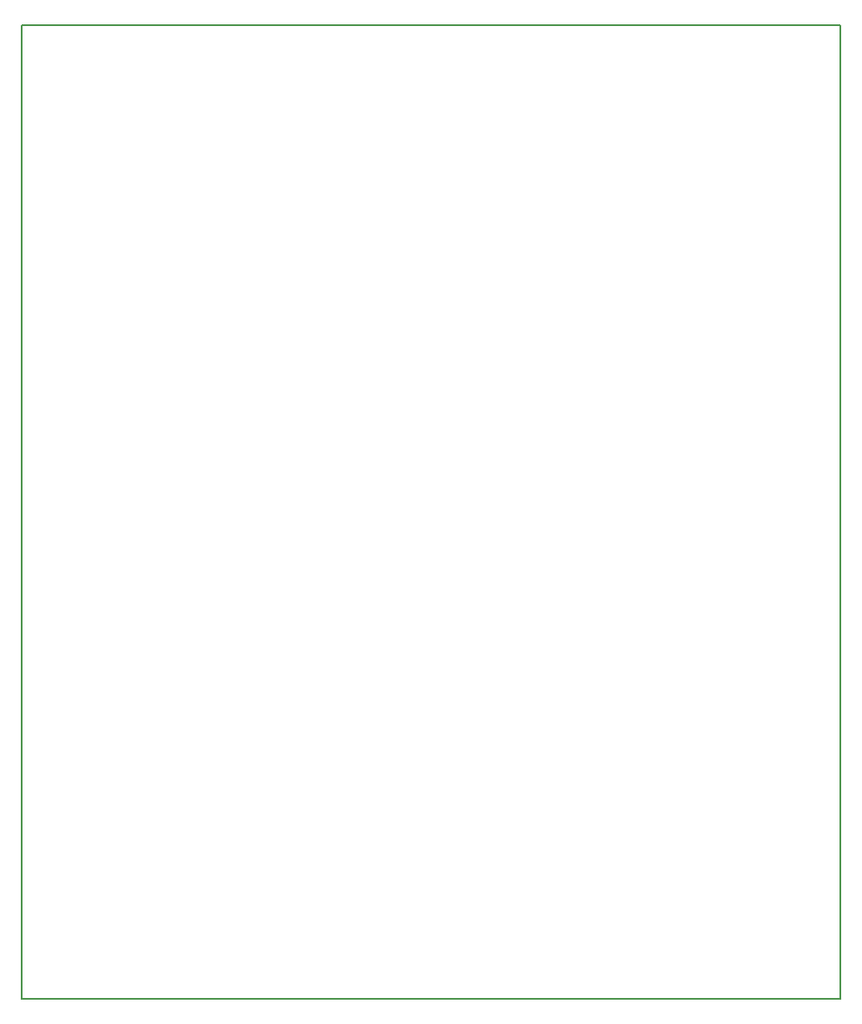
<source format=gbr>
G04 #@! TF.FileFunction,Profile,NP*
%FSLAX46Y46*%
G04 Gerber Fmt 4.6, Leading zero omitted, Abs format (unit mm)*
G04 Created by KiCad (PCBNEW 4.0.2+dfsg1-stable) date St  4. júl 2018, 20:56:09 CEST*
%MOMM*%
G01*
G04 APERTURE LIST*
%ADD10C,0.100000*%
%ADD11C,0.150000*%
G04 APERTURE END LIST*
D10*
D11*
X115000000Y-50000000D02*
X120000000Y-50000000D01*
X115000000Y-145000000D02*
X115000000Y-50000000D01*
X195000000Y-145000000D02*
X115000000Y-145000000D01*
X195000000Y-50000000D02*
X195000000Y-145000000D01*
X115000000Y-50000000D02*
X195000000Y-50000000D01*
M02*

</source>
